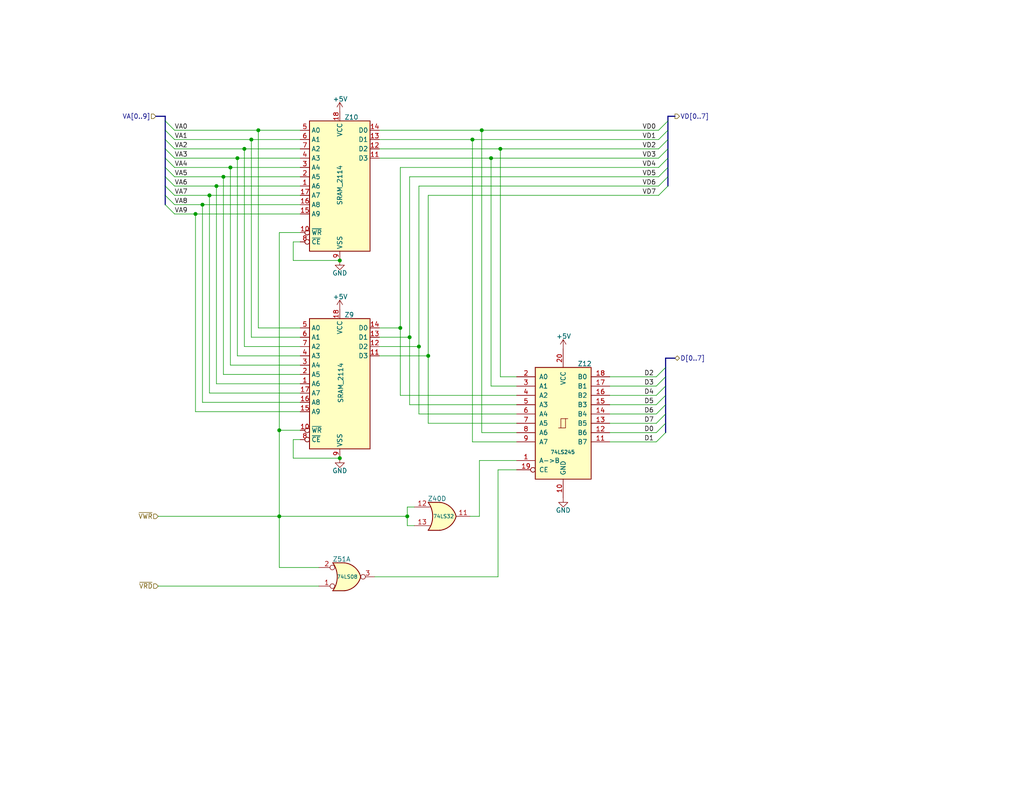
<source format=kicad_sch>
(kicad_sch (version 20250114) (generator "eeschema") (generator_version "9.0")
  (paper "USLetter")
  (title_block (title "TRS-80 Model I Rev HE11E011520") (date "2025-06-15") (rev "E1A") (company "RetroStack - Marcel Erz") (comment 2 "Video RAM circuit with data-bus gating") (comment 4 "Video RAM & Gating"))
  (lib_symbols
    (symbol "74xx:74LS08" (pin_names (offset 1.016))
      (property "Reference" "U" (at 0 1.27 0))
      (property "Value" "74LS08" (at 0 -1.27 0))
      (symbol "74LS08_1_1"
        (arc (start 0 3.81) (mid 3.7934 0) (end 0 -3.81) (stroke (width 0.254)) (fill (type background)))
        (polyline (pts (xy 0 3.81) (xy -3.81 3.81) (xy -3.81 -3.81) (xy 0 -3.81)) (stroke (width 0.254)) (fill (type background)))
        (pin input line (at -7.62 2.54 0) (length 3.81) (name "~") (number "1"))
        (pin input line (at -7.62 -2.54 0) (length 3.81) (name "~") (number "2"))
        (pin output line (at 7.62 0 180) (length 3.81) (name "~") (number "3"))
      )
      (symbol "74LS08_1_2"
        (arc (start -3.81 3.81) (mid -2.589 0) (end -3.81 -3.81) (stroke (width 0.254)))
        (polyline (pts (xy -3.81 3.81) (xy -0.635 3.81)) (stroke (width 0.254)) (fill (type background)))
        (polyline (pts (xy -3.81 -3.81) (xy -0.635 -3.81)) (stroke (width 0.254)) (fill (type background)))
        (arc (start 3.81 0) (mid 2.1855 -2.584) (end -0.6096 -3.81) (stroke (width 0.254)) (fill (type background)))
        (arc (start -0.6096 3.81) (mid 2.1928 2.5924) (end 3.81 0) (stroke (width 0.254)) (fill (type background)))
        (polyline (pts (xy -0.635 3.81) (xy -3.81 3.81) (xy -3.81 3.81) (xy -3.556 3.4036) (xy -3.0226 2.2606) (xy -2.6924 1.0414) (xy -2.6162 -0.254) (xy -2.7686 -1.4986) (xy -3.175 -2.7178) (xy -3.81 -3.81) (xy -3.81 -3.81) (xy -0.635 -3.81)) (stroke (width -25.4)) (fill (type background)))
        (pin input inverted (at -7.62 2.54 0) (length 4.318) (name "~") (number "1"))
        (pin input inverted (at -7.62 -2.54 0) (length 4.318) (name "~") (number "2"))
        (pin output inverted (at 7.62 0 180) (length 3.81) (name "~") (number "3"))
      )
      (symbol "74LS08_2_1"
        (arc (start 0 3.81) (mid 3.7934 0) (end 0 -3.81) (stroke (width 0.254)) (fill (type background)))
        (polyline (pts (xy 0 3.81) (xy -3.81 3.81) (xy -3.81 -3.81) (xy 0 -3.81)) (stroke (width 0.254)) (fill (type background)))
        (pin input line (at -7.62 2.54 0) (length 3.81) (name "~") (number "4"))
        (pin input line (at -7.62 -2.54 0) (length 3.81) (name "~") (number "5"))
        (pin output line (at 7.62 0 180) (length 3.81) (name "~") (number "6"))
      )
      (symbol "74LS08_2_2"
        (arc (start -3.81 3.81) (mid -2.589 0) (end -3.81 -3.81) (stroke (width 0.254)))
        (polyline (pts (xy -3.81 3.81) (xy -0.635 3.81)) (stroke (width 0.254)) (fill (type background)))
        (polyline (pts (xy -3.81 -3.81) (xy -0.635 -3.81)) (stroke (width 0.254)) (fill (type background)))
        (arc (start 3.81 0) (mid 2.1855 -2.584) (end -0.6096 -3.81) (stroke (width 0.254)) (fill (type background)))
        (arc (start -0.6096 3.81) (mid 2.1928 2.5924) (end 3.81 0) (stroke (width 0.254)) (fill (type background)))
        (polyline (pts (xy -0.635 3.81) (xy -3.81 3.81) (xy -3.81 3.81) (xy -3.556 3.4036) (xy -3.0226 2.2606) (xy -2.6924 1.0414) (xy -2.6162 -0.254) (xy -2.7686 -1.4986) (xy -3.175 -2.7178) (xy -3.81 -3.81) (xy -3.81 -3.81) (xy -0.635 -3.81)) (stroke (width -25.4)) (fill (type background)))
        (pin input inverted (at -7.62 2.54 0) (length 4.318) (name "~") (number "4"))
        (pin input inverted (at -7.62 -2.54 0) (length 4.318) (name "~") (number "5"))
        (pin output inverted (at 7.62 0 180) (length 3.81) (name "~") (number "6"))
      )
      (symbol "74LS08_3_1"
        (arc (start 0 3.81) (mid 3.7934 0) (end 0 -3.81) (stroke (width 0.254)) (fill (type background)))
        (polyline (pts (xy 0 3.81) (xy -3.81 3.81) (xy -3.81 -3.81) (xy 0 -3.81)) (stroke (width 0.254)) (fill (type background)))
        (pin input line (at -7.62 2.54 0) (length 3.81) (name "~") (number "9"))
        (pin input line (at -7.62 -2.54 0) (length 3.81) (name "~") (number "10"))
        (pin output line (at 7.62 0 180) (length 3.81) (name "~") (number "8"))
      )
      (symbol "74LS08_3_2"
        (arc (start -3.81 3.81) (mid -2.589 0) (end -3.81 -3.81) (stroke (width 0.254)))
        (polyline (pts (xy -3.81 3.81) (xy -0.635 3.81)) (stroke (width 0.254)) (fill (type background)))
        (polyline (pts (xy -3.81 -3.81) (xy -0.635 -3.81)) (stroke (width 0.254)) (fill (type background)))
        (arc (start 3.81 0) (mid 2.1855 -2.584) (end -0.6096 -3.81) (stroke (width 0.254)) (fill (type background)))
        (arc (start -0.6096 3.81) (mid 2.1928 2.5924) (end 3.81 0) (stroke (width 0.254)) (fill (type background)))
        (polyline (pts (xy -0.635 3.81) (xy -3.81 3.81) (xy -3.81 3.81) (xy -3.556 3.4036) (xy -3.0226 2.2606) (xy -2.6924 1.0414) (xy -2.6162 -0.254) (xy -2.7686 -1.4986) (xy -3.175 -2.7178) (xy -3.81 -3.81) (xy -3.81 -3.81) (xy -0.635 -3.81)) (stroke (width -25.4)) (fill (type background)))
        (pin input inverted (at -7.62 2.54 0) (length 4.318) (name "~") (number "9"))
        (pin input inverted (at -7.62 -2.54 0) (length 4.318) (name "~") (number "10"))
        (pin output inverted (at 7.62 0 180) (length 3.81) (name "~") (number "8"))
      )
      (symbol "74LS08_4_1"
        (arc (start 0 3.81) (mid 3.7934 0) (end 0 -3.81) (stroke (width 0.254)) (fill (type background)))
        (polyline (pts (xy 0 3.81) (xy -3.81 3.81) (xy -3.81 -3.81) (xy 0 -3.81)) (stroke (width 0.254)) (fill (type background)))
        (pin input line (at -7.62 2.54 0) (length 3.81) (name "~") (number "12"))
        (pin input line (at -7.62 -2.54 0) (length 3.81) (name "~") (number "13"))
        (pin output line (at 7.62 0 180) (length 3.81) (name "~") (number "11"))
      )
      (symbol "74LS08_4_2"
        (arc (start -3.81 3.81) (mid -2.589 0) (end -3.81 -3.81) (stroke (width 0.254)))
        (polyline (pts (xy -3.81 3.81) (xy -0.635 3.81)) (stroke (width 0.254)) (fill (type background)))
        (polyline (pts (xy -3.81 -3.81) (xy -0.635 -3.81)) (stroke (width 0.254)) (fill (type background)))
        (arc (start 3.81 0) (mid 2.1855 -2.584) (end -0.6096 -3.81) (stroke (width 0.254)) (fill (type background)))
        (arc (start -0.6096 3.81) (mid 2.1928 2.5924) (end 3.81 0) (stroke (width 0.254)) (fill (type background)))
        (polyline (pts (xy -0.635 3.81) (xy -3.81 3.81) (xy -3.81 3.81) (xy -3.556 3.4036) (xy -3.0226 2.2606) (xy -2.6924 1.0414) (xy -2.6162 -0.254) (xy -2.7686 -1.4986) (xy -3.175 -2.7178) (xy -3.81 -3.81) (xy -3.81 -3.81) (xy -0.635 -3.81)) (stroke (width -25.4)) (fill (type background)))
        (pin input inverted (at -7.62 2.54 0) (length 4.318) (name "~") (number "12"))
        (pin input inverted (at -7.62 -2.54 0) (length 4.318) (name "~") (number "13"))
        (pin output inverted (at 7.62 0 180) (length 3.81) (name "~") (number "11"))
      )
      (symbol "74LS08_5_0"
        (pin power_in line (at 0 12.7 270) (length 5.08) (name "VCC") (number "14"))
        (pin power_in line (at 0 -12.7 90) (length 5.08) (name "GND") (number "7"))
      )
      (symbol "74LS08_5_1"
        (rectangle (start -5.08 7.62) (end 5.08 -7.62) (stroke (width 0.254)) (fill (type background)))
      )
    )
    (symbol "74xx:74LS245" (pin_names (offset 1.016))
      (property "Reference" "U" (at -7.62 16.51 0))
      (property "Value" "74LS245" (at -7.62 -16.51 0))
      (symbol "74LS245_1_0"
        (polyline (pts (xy -1.27 -1.27) (xy 0.635 -1.27) (xy 0.635 1.27) (xy 1.27 1.27)))
        (polyline (pts (xy -0.635 -1.27) (xy -0.635 1.27) (xy 0.635 1.27)))
        (pin tri_state line (at -12.7 12.7 0) (length 5.08) (name "A0") (number "2"))
        (pin tri_state line (at -12.7 10.16 0) (length 5.08) (name "A1") (number "3"))
        (pin tri_state line (at -12.7 7.62 0) (length 5.08) (name "A2") (number "4"))
        (pin tri_state line (at -12.7 5.08 0) (length 5.08) (name "A3") (number "5"))
        (pin tri_state line (at -12.7 2.54 0) (length 5.08) (name "A4") (number "6"))
        (pin tri_state line (at -12.7 0 0) (length 5.08) (name "A5") (number "7"))
        (pin tri_state line (at -12.7 -2.54 0) (length 5.08) (name "A6") (number "8"))
        (pin tri_state line (at -12.7 -5.08 0) (length 5.08) (name "A7") (number "9"))
        (pin input line (at -12.7 -10.16 0) (length 5.08) (name "A->B") (number "1"))
        (pin input inverted (at -12.7 -12.7 0) (length 5.08) (name "CE") (number "19"))
        (pin power_in line (at 0 20.32 270) (length 5.08) (name "VCC") (number "20"))
        (pin power_in line (at 0 -20.32 90) (length 5.08) (name "GND") (number "10"))
        (pin tri_state line (at 12.7 12.7 180) (length 5.08) (name "B0") (number "18"))
        (pin tri_state line (at 12.7 10.16 180) (length 5.08) (name "B1") (number "17"))
        (pin tri_state line (at 12.7 7.62 180) (length 5.08) (name "B2") (number "16"))
        (pin tri_state line (at 12.7 5.08 180) (length 5.08) (name "B3") (number "15"))
        (pin tri_state line (at 12.7 2.54 180) (length 5.08) (name "B4") (number "14"))
        (pin tri_state line (at 12.7 0 180) (length 5.08) (name "B5") (number "13"))
        (pin tri_state line (at 12.7 -2.54 180) (length 5.08) (name "B6") (number "12"))
        (pin tri_state line (at 12.7 -5.08 180) (length 5.08) (name "B7") (number "11"))
      )
      (symbol "74LS245_1_1"
        (rectangle (start -7.62 15.24) (end 7.62 -15.24) (stroke (width 0.254)) (fill (type background)))
      )
    )
    (symbol "74xx:74LS32" (pin_names (offset 1.016))
      (property "Reference" "U" (at 0 1.27 0))
      (property "Value" "74LS32" (at 0 -1.27 0))
      (symbol "74LS32_1_1"
        (arc (start -3.81 3.81) (mid -2.589 0) (end -3.81 -3.81) (stroke (width 0.254)))
        (polyline (pts (xy -3.81 3.81) (xy -0.635 3.81)) (stroke (width 0.254)) (fill (type background)))
        (polyline (pts (xy -3.81 -3.81) (xy -0.635 -3.81)) (stroke (width 0.254)) (fill (type background)))
        (arc (start 3.81 0) (mid 2.1855 -2.584) (end -0.6096 -3.81) (stroke (width 0.254)) (fill (type background)))
        (arc (start -0.6096 3.81) (mid 2.1928 2.5924) (end 3.81 0) (stroke (width 0.254)) (fill (type background)))
        (polyline (pts (xy -0.635 3.81) (xy -3.81 3.81) (xy -3.81 3.81) (xy -3.556 3.4036) (xy -3.0226 2.2606) (xy -2.6924 1.0414) (xy -2.6162 -0.254) (xy -2.7686 -1.4986) (xy -3.175 -2.7178) (xy -3.81 -3.81) (xy -3.81 -3.81) (xy -0.635 -3.81)) (stroke (width -25.4)) (fill (type background)))
        (pin input line (at -7.62 2.54 0) (length 4.318) (name "~") (number "1"))
        (pin input line (at -7.62 -2.54 0) (length 4.318) (name "~") (number "2"))
        (pin output line (at 7.62 0 180) (length 3.81) (name "~") (number "3"))
      )
      (symbol "74LS32_1_2"
        (arc (start 0 3.81) (mid 3.7934 0) (end 0 -3.81) (stroke (width 0.254)) (fill (type background)))
        (polyline (pts (xy 0 3.81) (xy -3.81 3.81) (xy -3.81 -3.81) (xy 0 -3.81)) (stroke (width 0.254)) (fill (type background)))
        (pin input inverted (at -7.62 2.54 0) (length 3.81) (name "~") (number "1"))
        (pin input inverted (at -7.62 -2.54 0) (length 3.81) (name "~") (number "2"))
        (pin output inverted (at 7.62 0 180) (length 3.81) (name "~") (number "3"))
      )
      (symbol "74LS32_2_1"
        (arc (start -3.81 3.81) (mid -2.589 0) (end -3.81 -3.81) (stroke (width 0.254)))
        (polyline (pts (xy -3.81 3.81) (xy -0.635 3.81)) (stroke (width 0.254)) (fill (type background)))
        (polyline (pts (xy -3.81 -3.81) (xy -0.635 -3.81)) (stroke (width 0.254)) (fill (type background)))
        (arc (start 3.81 0) (mid 2.1855 -2.584) (end -0.6096 -3.81) (stroke (width 0.254)) (fill (type background)))
        (arc (start -0.6096 3.81) (mid 2.1928 2.5924) (end 3.81 0) (stroke (width 0.254)) (fill (type background)))
        (polyline (pts (xy -0.635 3.81) (xy -3.81 3.81) (xy -3.81 3.81) (xy -3.556 3.4036) (xy -3.0226 2.2606) (xy -2.6924 1.0414) (xy -2.6162 -0.254) (xy -2.7686 -1.4986) (xy -3.175 -2.7178) (xy -3.81 -3.81) (xy -3.81 -3.81) (xy -0.635 -3.81)) (stroke (width -25.4)) (fill (type background)))
        (pin input line (at -7.62 2.54 0) (length 4.318) (name "~") (number "4"))
        (pin input line (at -7.62 -2.54 0) (length 4.318) (name "~") (number "5"))
        (pin output line (at 7.62 0 180) (length 3.81) (name "~") (number "6"))
      )
      (symbol "74LS32_2_2"
        (arc (start 0 3.81) (mid 3.7934 0) (end 0 -3.81) (stroke (width 0.254)) (fill (type background)))
        (polyline (pts (xy 0 3.81) (xy -3.81 3.81) (xy -3.81 -3.81) (xy 0 -3.81)) (stroke (width 0.254)) (fill (type background)))
        (pin input inverted (at -7.62 2.54 0) (length 3.81) (name "~") (number "4"))
        (pin input inverted (at -7.62 -2.54 0) (length 3.81) (name "~") (number "5"))
        (pin output inverted (at 7.62 0 180) (length 3.81) (name "~") (number "6"))
      )
      (symbol "74LS32_3_1"
        (arc (start -3.81 3.81) (mid -2.589 0) (end -3.81 -3.81) (stroke (width 0.254)))
        (polyline (pts (xy -3.81 3.81) (xy -0.635 3.81)) (stroke (width 0.254)) (fill (type background)))
        (polyline (pts (xy -3.81 -3.81) (xy -0.635 -3.81)) (stroke (width 0.254)) (fill (type background)))
        (arc (start 3.81 0) (mid 2.1855 -2.584) (end -0.6096 -3.81) (stroke (width 0.254)) (fill (type background)))
        (arc (start -0.6096 3.81) (mid 2.1928 2.5924) (end 3.81 0) (stroke (width 0.254)) (fill (type background)))
        (polyline (pts (xy -0.635 3.81) (xy -3.81 3.81) (xy -3.81 3.81) (xy -3.556 3.4036) (xy -3.0226 2.2606) (xy -2.6924 1.0414) (xy -2.6162 -0.254) (xy -2.7686 -1.4986) (xy -3.175 -2.7178) (xy -3.81 -3.81) (xy -3.81 -3.81) (xy -0.635 -3.81)) (stroke (width -25.4)) (fill (type background)))
        (pin input line (at -7.62 2.54 0) (length 4.318) (name "~") (number "9"))
        (pin input line (at -7.62 -2.54 0) (length 4.318) (name "~") (number "10"))
        (pin output line (at 7.62 0 180) (length 3.81) (name "~") (number "8"))
      )
      (symbol "74LS32_3_2"
        (arc (start 0 3.81) (mid 3.7934 0) (end 0 -3.81) (stroke (width 0.254)) (fill (type background)))
        (polyline (pts (xy 0 3.81) (xy -3.81 3.81) (xy -3.81 -3.81) (xy 0 -3.81)) (stroke (width 0.254)) (fill (type background)))
        (pin input inverted (at -7.62 2.54 0) (length 3.81) (name "~") (number "9"))
        (pin input inverted (at -7.62 -2.54 0) (length 3.81) (name "~") (number "10"))
        (pin output inverted (at 7.62 0 180) (length 3.81) (name "~") (number "8"))
      )
      (symbol "74LS32_4_1"
        (arc (start -3.81 3.81) (mid -2.589 0) (end -3.81 -3.81) (stroke (width 0.254)))
        (polyline (pts (xy -3.81 3.81) (xy -0.635 3.81)) (stroke (width 0.254)) (fill (type background)))
        (polyline (pts (xy -3.81 -3.81) (xy -0.635 -3.81)) (stroke (width 0.254)) (fill (type background)))
        (arc (start 3.81 0) (mid 2.1855 -2.584) (end -0.6096 -3.81) (stroke (width 0.254)) (fill (type background)))
        (arc (start -0.6096 3.81) (mid 2.1928 2.5924) (end 3.81 0) (stroke (width 0.254)) (fill (type background)))
        (polyline (pts (xy -0.635 3.81) (xy -3.81 3.81) (xy -3.81 3.81) (xy -3.556 3.4036) (xy -3.0226 2.2606) (xy -2.6924 1.0414) (xy -2.6162 -0.254) (xy -2.7686 -1.4986) (xy -3.175 -2.7178) (xy -3.81 -3.81) (xy -3.81 -3.81) (xy -0.635 -3.81)) (stroke (width -25.4)) (fill (type background)))
        (pin input line (at -7.62 2.54 0) (length 4.318) (name "~") (number "12"))
        (pin input line (at -7.62 -2.54 0) (length 4.318) (name "~") (number "13"))
        (pin output line (at 7.62 0 180) (length 3.81) (name "~") (number "11"))
      )
      (symbol "74LS32_4_2"
        (arc (start 0 3.81) (mid 3.7934 0) (end 0 -3.81) (stroke (width 0.254)) (fill (type background)))
        (polyline (pts (xy 0 3.81) (xy -3.81 3.81) (xy -3.81 -3.81) (xy 0 -3.81)) (stroke (width 0.254)) (fill (type background)))
        (pin input inverted (at -7.62 2.54 0) (length 3.81) (name "~") (number "12"))
        (pin input inverted (at -7.62 -2.54 0) (length 3.81) (name "~") (number "13"))
        (pin output inverted (at 7.62 0 180) (length 3.81) (name "~") (number "11"))
      )
      (symbol "74LS32_5_0"
        (pin power_in line (at 0 12.7 270) (length 5.08) (name "VCC") (number "14"))
        (pin power_in line (at 0 -12.7 90) (length 5.08) (name "GND") (number "7"))
      )
      (symbol "74LS32_5_1"
        (rectangle (start -5.08 7.62) (end 5.08 -7.62) (stroke (width 0.254)) (fill (type background)))
      )
    )
    (symbol "RetroStackLibrary:SRAM_2114"
      (property "Reference" "U" (at 0 0 0))
      (property "Value" "SRAM_2114" (at 0 0 0))
      (symbol "SRAM_2114_1_1"
        (rectangle (start -8.255 -4.445) (end 8.255 -40.005) (stroke (width 0.254)) (fill (type background)))
        (pin input line (at -10.795 -6.985 0) (length 2.54) (name "A0") (number "5"))
        (pin input line (at -10.795 -9.525 0) (length 2.54) (name "A1") (number "6"))
        (pin input line (at -10.795 -12.065 0) (length 2.54) (name "A2") (number "7"))
        (pin input line (at -10.795 -14.605 0) (length 2.54) (name "A3") (number "4"))
        (pin input line (at -10.795 -17.145 0) (length 2.54) (name "A4") (number "3"))
        (pin input line (at -10.795 -19.685 0) (length 2.54) (name "A5") (number "2"))
        (pin input line (at -10.795 -22.225 0) (length 2.54) (name "A6") (number "1"))
        (pin input line (at -10.795 -24.765 0) (length 2.54) (name "A7") (number "17"))
        (pin input line (at -10.795 -27.305 0) (length 2.54) (name "A8") (number "16"))
        (pin input line (at -10.795 -29.845 0) (length 2.54) (name "A9") (number "15"))
        (pin input inverted (at -10.795 -34.925 0) (length 2.54) (name "~{WR}") (number "10"))
        (pin input inverted (at -10.795 -37.465 0) (length 2.54) (name "~{CE}") (number "8"))
        (pin power_in line (at 0 -1.905 270) (length 2.54) (name "VCC") (number "18"))
        (pin power_in line (at 0 -42.545 90) (length 2.54) (name "VSS") (number "9"))
        (pin tri_state line (at 10.795 -6.985 180) (length 2.54) (name "D0") (number "14"))
        (pin tri_state line (at 10.795 -9.525 180) (length 2.54) (name "D1") (number "13"))
        (pin tri_state line (at 10.795 -12.065 180) (length 2.54) (name "D2") (number "12"))
        (pin tri_state line (at 10.795 -14.605 180) (length 2.54) (name "D3") (number "11"))
      )
    )
    (symbol "power:+5V" (power) (pin_numbers (hide yes)) (pin_names (offset 0) (hide yes))
      (property "Value" "+5V" (at 0 3.556 0))
      (symbol "+5V_0_1"
        (polyline (pts (xy -0.762 1.27) (xy 0 2.54)))
        (polyline (pts (xy 0 2.54) (xy 0.762 1.27)))
        (polyline (pts (xy 0 0) (xy 0 2.54)))
      )
      (symbol "+5V_1_1"
        (pin power_in line (at 0 0 90) (length 0) (name "~") (number "1"))
      )
    )
    (symbol "power:GND" (power) (pin_numbers (hide yes)) (pin_names (offset 0) (hide yes))
      (property "Value" "GND" (at 0 -3.81 0))
      (symbol "GND_0_1"
        (polyline (pts (xy 0 0) (xy 0 -1.27) (xy 1.27 -1.27) (xy 0 -2.54) (xy -1.27 -1.27) (xy 0 -1.27)))
      )
      (symbol "GND_1_1"
        (pin power_in line (at 0 0 270) (length 0) (name "~") (number "1"))
      )
    )
  )
  (junction (at 136.525 40.64))
  (junction (at 92.71 125.095))
  (junction (at 76.2 140.97))
  (junction (at 128.905 38.1))
  (junction (at 133.985 43.18))
  (junction (at 59.055 50.8))
  (junction (at 111.76 92.075))
  (junction (at 55.245 55.88))
  (junction (at 131.445 35.56))
  (junction (at 109.22 89.535))
  (junction (at 92.71 71.12))
  (junction (at 57.15 53.34))
  (junction (at 64.77 43.18))
  (junction (at 62.865 45.72))
  (junction (at 114.3 94.615))
  (junction (at 70.485 35.56))
  (junction (at 68.58 38.1))
  (junction (at 53.34 58.42))
  (junction (at 60.96 48.26))
  (junction (at 116.84 97.155))
  (junction (at 111.125 140.97))
  (junction (at 66.675 40.64))
  (junction (at 76.2 117.475))
  (bus_entry (at 47.625 40.64) (size -2.54 -2.54))
  (bus_entry (at 179.07 118.11) (size 2.54 -2.54))
  (bus_entry (at 47.625 45.72) (size -2.54 -2.54))
  (bus_entry (at 179.705 35.56) (size 2.54 -2.54))
  (bus_entry (at 47.625 35.56) (size -2.54 -2.54))
  (bus_entry (at 179.705 40.64) (size 2.54 -2.54))
  (bus_entry (at 47.625 58.42) (size -2.54 -2.54))
  (bus_entry (at 47.625 55.88) (size -2.54 -2.54))
  (bus_entry (at 179.705 43.18) (size 2.54 -2.54))
  (bus_entry (at 47.625 53.34) (size -2.54 -2.54))
  (bus_entry (at 179.705 45.72) (size 2.54 -2.54))
  (bus_entry (at 47.625 43.18) (size -2.54 -2.54))
  (bus_entry (at 179.07 115.57) (size 2.54 -2.54))
  (bus_entry (at 47.625 50.8) (size -2.54 -2.54))
  (bus_entry (at 179.705 53.34) (size 2.54 -2.54))
  (bus_entry (at 179.705 38.1) (size 2.54 -2.54))
  (bus_entry (at 47.625 38.1) (size -2.54 -2.54))
  (bus_entry (at 179.07 113.03) (size 2.54 -2.54))
  (bus_entry (at 179.07 110.49) (size 2.54 -2.54))
  (bus_entry (at 179.07 102.87) (size 2.54 -2.54))
  (bus_entry (at 179.705 48.26) (size 2.54 -2.54))
  (bus_entry (at 47.625 48.26) (size -2.54 -2.54))
  (bus_entry (at 179.07 105.41) (size 2.54 -2.54))
  (bus_entry (at 179.705 50.8) (size 2.54 -2.54))
  (bus_entry (at 179.07 107.95) (size 2.54 -2.54))
  (bus_entry (at 179.07 120.65) (size 2.54 -2.54))
  (wire (pts (xy 55.245 109.855) (xy 81.915 109.855)))
  (wire (pts (xy 133.985 105.41) (xy 133.985 43.18)))
  (bus (pts (xy 181.61 100.33) (xy 181.61 97.79)))
  (wire (pts (xy 62.865 99.695) (xy 81.915 99.695)))
  (wire (pts (xy 166.37 110.49) (xy 179.07 110.49)))
  (wire (pts (xy 47.625 58.42) (xy 53.34 58.42)))
  (wire (pts (xy 131.445 118.11) (xy 131.445 35.56)))
  (wire (pts (xy 62.865 45.72) (xy 62.865 99.695)))
  (wire (pts (xy 62.865 45.72) (xy 81.915 45.72)))
  (wire (pts (xy 47.625 35.56) (xy 70.485 35.56)))
  (wire (pts (xy 103.505 92.075) (xy 111.76 92.075)))
  (wire (pts (xy 135.89 128.27) (xy 140.97 128.27)))
  (bus (pts (xy 182.245 35.56) (xy 182.245 33.02)))
  (wire (pts (xy 103.505 38.1) (xy 128.905 38.1)))
  (bus (pts (xy 181.61 107.95) (xy 181.61 105.41)))
  (wire (pts (xy 80.01 71.12) (xy 92.71 71.12)))
  (wire (pts (xy 86.995 154.94) (xy 76.2 154.94)))
  (wire (pts (xy 70.485 35.56) (xy 70.485 89.535)))
  (wire (pts (xy 43.18 140.97) (xy 76.2 140.97)))
  (wire (pts (xy 140.97 107.95) (xy 109.22 107.95)))
  (bus (pts (xy 182.245 31.75) (xy 182.245 33.02)))
  (bus (pts (xy 45.085 55.88) (xy 45.085 53.34)))
  (wire (pts (xy 76.2 154.94) (xy 76.2 140.97)))
  (wire (pts (xy 76.2 63.5) (xy 81.915 63.5)))
  (wire (pts (xy 53.34 58.42) (xy 81.915 58.42)))
  (wire (pts (xy 116.84 53.34) (xy 179.705 53.34)))
  (bus (pts (xy 181.61 115.57) (xy 181.61 113.03)))
  (bus (pts (xy 45.085 35.56) (xy 45.085 33.02)))
  (wire (pts (xy 60.96 48.26) (xy 81.915 48.26)))
  (wire (pts (xy 133.985 43.18) (xy 179.705 43.18)))
  (wire (pts (xy 130.81 125.73) (xy 140.97 125.73)))
  (wire (pts (xy 76.2 117.475) (xy 76.2 63.5)))
  (wire (pts (xy 57.15 53.34) (xy 57.15 107.315)))
  (wire (pts (xy 136.525 40.64) (xy 179.705 40.64)))
  (wire (pts (xy 140.97 115.57) (xy 116.84 115.57)))
  (wire (pts (xy 57.15 107.315) (xy 81.915 107.315)))
  (wire (pts (xy 140.97 118.11) (xy 131.445 118.11)))
  (wire (pts (xy 135.89 157.48) (xy 135.89 128.27)))
  (wire (pts (xy 80.01 66.04) (xy 80.01 71.12)))
  (bus (pts (xy 45.085 40.64) (xy 45.085 38.1)))
  (wire (pts (xy 66.675 40.64) (xy 81.915 40.64)))
  (wire (pts (xy 64.77 43.18) (xy 64.77 97.155)))
  (wire (pts (xy 81.915 66.04) (xy 80.01 66.04)))
  (wire (pts (xy 166.37 115.57) (xy 179.07 115.57)))
  (wire (pts (xy 130.81 140.97) (xy 128.27 140.97)))
  (wire (pts (xy 111.76 48.26) (xy 179.705 48.26)))
  (bus (pts (xy 182.245 43.18) (xy 182.245 40.64)))
  (wire (pts (xy 60.96 48.26) (xy 60.96 102.235)))
  (wire (pts (xy 47.625 38.1) (xy 68.58 38.1)))
  (wire (pts (xy 109.22 89.535) (xy 103.505 89.535)))
  (wire (pts (xy 166.37 102.87) (xy 179.07 102.87)))
  (wire (pts (xy 103.505 97.155) (xy 116.84 97.155)))
  (bus (pts (xy 182.245 48.26) (xy 182.245 45.72)))
  (wire (pts (xy 103.505 35.56) (xy 131.445 35.56)))
  (wire (pts (xy 109.22 107.95) (xy 109.22 89.535)))
  (wire (pts (xy 59.055 50.8) (xy 81.915 50.8)))
  (wire (pts (xy 130.81 140.97) (xy 130.81 125.73)))
  (bus (pts (xy 42.545 31.75) (xy 45.085 31.75)))
  (wire (pts (xy 60.96 102.235) (xy 81.915 102.235)))
  (bus (pts (xy 45.085 53.34) (xy 45.085 50.8)))
  (wire (pts (xy 59.055 50.8) (xy 59.055 104.775)))
  (wire (pts (xy 103.505 40.64) (xy 136.525 40.64)))
  (wire (pts (xy 66.675 40.64) (xy 66.675 94.615)))
  (bus (pts (xy 181.61 118.11) (xy 181.61 115.57)))
  (wire (pts (xy 140.97 113.03) (xy 114.3 113.03)))
  (bus (pts (xy 45.085 48.26) (xy 45.085 45.72)))
  (wire (pts (xy 116.84 53.34) (xy 116.84 97.155)))
  (wire (pts (xy 114.3 113.03) (xy 114.3 94.615)))
  (wire (pts (xy 68.58 92.075) (xy 81.915 92.075)))
  (wire (pts (xy 70.485 35.56) (xy 81.915 35.56)))
  (wire (pts (xy 111.125 143.51) (xy 113.03 143.51)))
  (wire (pts (xy 109.22 45.72) (xy 109.22 89.535)))
  (wire (pts (xy 128.905 120.65) (xy 128.905 38.1)))
  (bus (pts (xy 45.085 33.02) (xy 45.085 31.75)))
  (wire (pts (xy 80.01 125.095) (xy 92.71 125.095)))
  (wire (pts (xy 47.625 53.34) (xy 57.15 53.34)))
  (bus (pts (xy 182.245 40.64) (xy 182.245 38.1)))
  (wire (pts (xy 81.915 117.475) (xy 76.2 117.475)))
  (bus (pts (xy 181.61 102.87) (xy 181.61 100.33)))
  (wire (pts (xy 76.2 140.97) (xy 111.125 140.97)))
  (bus (pts (xy 45.085 50.8) (xy 45.085 48.26)))
  (wire (pts (xy 166.37 118.11) (xy 179.07 118.11)))
  (bus (pts (xy 181.61 105.41) (xy 181.61 102.87)))
  (wire (pts (xy 47.625 40.64) (xy 66.675 40.64)))
  (bus (pts (xy 45.085 38.1) (xy 45.085 35.56)))
  (wire (pts (xy 53.34 58.42) (xy 53.34 112.395)))
  (wire (pts (xy 64.77 97.155) (xy 81.915 97.155)))
  (wire (pts (xy 47.625 48.26) (xy 60.96 48.26)))
  (wire (pts (xy 114.3 50.8) (xy 114.3 94.615)))
  (bus (pts (xy 181.61 97.79) (xy 184.15 97.79)))
  (wire (pts (xy 166.37 107.95) (xy 179.07 107.95)))
  (wire (pts (xy 53.34 112.395) (xy 81.915 112.395)))
  (wire (pts (xy 166.37 105.41) (xy 179.07 105.41)))
  (wire (pts (xy 103.505 43.18) (xy 133.985 43.18)))
  (wire (pts (xy 47.625 45.72) (xy 62.865 45.72)))
  (wire (pts (xy 43.18 160.02) (xy 86.995 160.02)))
  (wire (pts (xy 47.625 43.18) (xy 64.77 43.18)))
  (wire (pts (xy 102.235 157.48) (xy 135.89 157.48)))
  (wire (pts (xy 140.97 105.41) (xy 133.985 105.41)))
  (wire (pts (xy 57.15 53.34) (xy 81.915 53.34)))
  (wire (pts (xy 55.245 55.88) (xy 81.915 55.88)))
  (wire (pts (xy 47.625 50.8) (xy 59.055 50.8)))
  (wire (pts (xy 64.77 43.18) (xy 81.915 43.18)))
  (wire (pts (xy 166.37 120.65) (xy 179.07 120.65)))
  (wire (pts (xy 114.3 50.8) (xy 179.705 50.8)))
  (wire (pts (xy 166.37 113.03) (xy 179.07 113.03)))
  (wire (pts (xy 68.58 38.1) (xy 81.915 38.1)))
  (bus (pts (xy 182.245 45.72) (xy 182.245 43.18)))
  (bus (pts (xy 182.245 35.56) (xy 182.245 38.1)))
  (wire (pts (xy 111.76 92.075) (xy 111.76 48.26)))
  (wire (pts (xy 111.76 110.49) (xy 111.76 92.075)))
  (wire (pts (xy 111.125 140.97) (xy 111.125 143.51)))
  (bus (pts (xy 182.245 50.8) (xy 182.245 48.26)))
  (bus (pts (xy 182.245 31.75) (xy 184.15 31.75)))
  (wire (pts (xy 128.905 38.1) (xy 179.705 38.1)))
  (wire (pts (xy 59.055 104.775) (xy 81.915 104.775)))
  (wire (pts (xy 116.84 97.155) (xy 116.84 115.57)))
  (wire (pts (xy 47.625 55.88) (xy 55.245 55.88)))
  (wire (pts (xy 111.125 138.43) (xy 111.125 140.97)))
  (bus (pts (xy 181.61 110.49) (xy 181.61 107.95)))
  (wire (pts (xy 66.675 94.615) (xy 81.915 94.615)))
  (wire (pts (xy 136.525 102.87) (xy 136.525 40.64)))
  (bus (pts (xy 181.61 113.03) (xy 181.61 110.49)))
  (wire (pts (xy 109.22 45.72) (xy 179.705 45.72)))
  (wire (pts (xy 131.445 35.56) (xy 179.705 35.56)))
  (wire (pts (xy 70.485 89.535) (xy 81.915 89.535)))
  (wire (pts (xy 68.58 38.1) (xy 68.58 92.075)))
  (bus (pts (xy 45.085 43.18) (xy 45.085 40.64)))
  (wire (pts (xy 55.245 55.88) (xy 55.245 109.855)))
  (bus (pts (xy 45.085 45.72) (xy 45.085 43.18)))
  (wire (pts (xy 140.97 120.65) (xy 128.905 120.65)))
  (wire (pts (xy 114.3 94.615) (xy 103.505 94.615)))
  (wire (pts (xy 76.2 140.97) (xy 76.2 117.475)))
  (wire (pts (xy 140.97 102.87) (xy 136.525 102.87)))
  (wire (pts (xy 140.97 110.49) (xy 111.76 110.49)))
  (wire (pts (xy 81.915 120.015) (xy 80.01 120.015)))
  (wire (pts (xy 80.01 120.015) (xy 80.01 125.095)))
  (wire (pts (xy 113.03 138.43) (xy 111.125 138.43)))
  (label "VD3" (at 175.26 43.18 0))
  (label "VD4" (at 175.26 45.72 0))
  (label "VD7" (at 175.26 53.34 0))
  (label "VA7" (at 47.625 53.34 0))
  (label "VA0" (at 47.625 35.56 0))
  (label "VD1" (at 175.26 38.1 0))
  (label "D1" (at 178.435 120.65 180))
  (label "VA8" (at 47.625 55.88 0))
  (label "D0" (at 178.435 118.11 180))
  (label "VA1" (at 47.625 38.1 0))
  (label "VA2" (at 47.625 40.64 0))
  (label "VD5" (at 175.26 48.26 0))
  (label "VA3" (at 47.625 43.18 0))
  (label "D7" (at 178.435 115.57 180))
  (label "VD6" (at 175.26 50.8 0))
  (label "D5" (at 178.435 110.49 180))
  (label "VA5" (at 47.625 48.26 0))
  (label "D2" (at 178.435 102.87 180))
  (label "VD2" (at 175.26 40.64 0))
  (label "D4" (at 178.435 107.95 180))
  (label "D6" (at 178.435 113.03 180))
  (label "VD0" (at 175.26 35.56 0))
  (label "VA6" (at 47.625 50.8 0))
  (label "VA9" (at 47.625 58.42 0))
  (label "VA4" (at 47.625 45.72 0))
  (label "D3" (at 178.435 105.41 180))
  (hierarchical_label "~{VRD}" (shape input) (at 43.18 160.02 180))
  (hierarchical_label "D[0..7]" (shape bidirectional) (at 184.15 97.79 0))
  (hierarchical_label "VD[0..7]" (shape output) (at 184.15 31.75 0))
  (hierarchical_label "VA[0..9]" (shape input) (at 42.545 31.75 180))
  (hierarchical_label "~{VWR}" (shape input) (at 43.18 140.97 180))
  (symbol (lib_id "power:GND") (at 92.71 125.095 0) (unit 1)
    (property "Reference" "#PWR0126" (effects (hide yes)))
    (property "Value" "GND" (at 92.71 128.524 0))
    (property "Description" "Power symbol creates a global label with name \"GND\" , ground" (effects (hide yes)))
  )
  (symbol (lib_id "74xx:74LS32") (at 120.65 140.97 0) (unit 4)
    (property "Reference" "Z40" (at 119.253 136.144 0))
    (property "Value" "74LS32" (at 121.031 140.97 0) (effects (font (size 1 1))))
    (property "Footprint" "Library:TRS80_Model_I_DIP14_Jap" (effects (hide yes)))
    (property "Datasheet" "http://www.ti.com/lit/gpn/sn74LS32" (effects (hide yes)))
    (property "Description" "Quad 2-input OR" (effects (hide yes)))
  )
  (symbol (lib_id "RetroStackLibrary:SRAM_2114") (at 92.71 82.55 0) (unit 1)
    (property "Reference" "Z9" (at 93.98 85.979 0) (effects (justify left)))
    (property "Value" "SRAM_2114" (at 92.964 104.521 90))
    (property "Footprint" "Library:TRS80_Model_I_DIP18_Jap" (effects (hide yes)))
    (property "Description" "2114 4kBit x 4 Bit Static RAM" (effects (hide yes)))
  )
  (symbol (lib_id "power:+5V") (at 153.67 95.25 0) (unit 1)
    (property "Reference" "#PWR0135" (effects (hide yes)))
    (property "Value" "+5V" (at 153.797 91.821 0))
    (property "Description" "Power symbol creates a global label with name \"+5V\"" (effects (hide yes)))
  )
  (symbol (lib_id "power:GND") (at 153.67 135.89 0) (unit 1)
    (property "Reference" "#PWR0138" (effects (hide yes)))
    (property "Value" "GND" (at 153.67 139.319 0))
    (property "Description" "Power symbol creates a global label with name \"GND\" , ground" (effects (hide yes)))
  )
  (symbol (lib_id "RetroStackLibrary:SRAM_2114") (at 92.71 28.575 0) (unit 1)
    (property "Reference" "Z10" (at 93.98 32.004 0) (effects (justify left)))
    (property "Value" "SRAM_2114" (at 92.71 50.546 90))
    (property "Footprint" "Library:TRS80_Model_I_DIP18_Jap" (effects (hide yes)))
    (property "Description" "2114 4kBit x 4 Bit Static RAM" (effects (hide yes)))
  )
  (symbol (lib_id "power:GND") (at 92.71 71.12 0) (unit 1)
    (property "Reference" "#PWR0125" (effects (hide yes)))
    (property "Value" "GND" (at 92.71 74.549 0))
    (property "Description" "Power symbol creates a global label with name \"GND\" , ground" (effects (hide yes)))
  )
  (symbol (lib_id "74xx:74LS08") (at 94.615 157.48 0) (mirror x) (unit 1) (convert 2)
    (property "Reference" "Z51" (at 93.218 152.654 0))
    (property "Value" "74LS08" (at 94.742 157.48 0) (effects (font (size 1 1))))
    (property "Footprint" "Library:TRS80_Model_I_DIP14_Jap" (effects (hide yes)))
    (property "Datasheet" "http://www.ti.com/lit/gpn/sn74LS08" (effects (hide yes)))
    (property "Description" "Quad And2" (effects (hide yes)))
  )
  (symbol (lib_id "power:+5V") (at 92.71 30.48 0) (unit 1)
    (property "Reference" "#PWR071" (effects (hide yes)))
    (property "Value" "+5V" (at 92.837 27.051 0))
    (property "Description" "Power symbol creates a global label with name \"+5V\"" (effects (hide yes)))
  )
  (symbol (lib_id "power:+5V") (at 92.71 84.455 0) (unit 1)
    (property "Reference" "#PWR0120" (effects (hide yes)))
    (property "Value" "+5V" (at 92.837 81.026 0))
    (property "Description" "Power symbol creates a global label with name \"+5V\"" (effects (hide yes)))
  )
  (symbol (lib_id "74xx:74LS245") (at 153.67 115.57 0) (unit 1)
    (property "Reference" "Z12" (at 157.607 99.314 0) (effects (justify left)))
    (property "Value" "74LS245" (at 153.543 123.444 0) (effects (font (size 1 1))))
    (property "Footprint" "Library:TRS80_Model_I_DIP20_Jap" (effects (hide yes)))
    (property "Datasheet" "http://www.ti.com/lit/gpn/sn74LS245" (effects (hide yes)))
    (property "Description" "Octal BUS Transceivers, 3-State outputs" (effects (hide yes)))
  )
)
</source>
